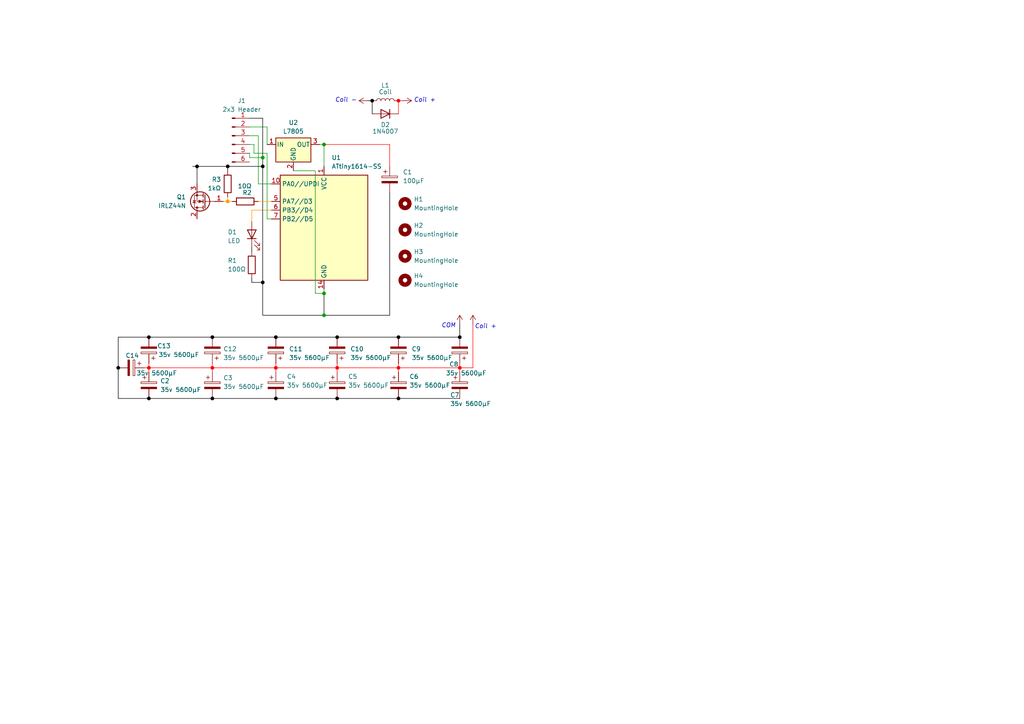
<source format=kicad_sch>
(kicad_sch (version 20231120) (generator "eeschema") (generator_version "8.0")
  (paper "A4")
  (lib_symbols
    (symbol "Connector:Conn_01x06_Pin" (pin_names (offset 1.016) hide)
      (property "Reference" "J" (at 0 7.62 0))
      (property "Value" "Conn_01x06_Pin" (at 0 -10.16 0))
      (symbol "Conn_01x06_Pin_1_1"
        (polyline (pts (xy 1.27 -7.62) (xy 0.8636 -7.62)) (stroke (width 0.1524)))
        (polyline (pts (xy 1.27 -5.08) (xy 0.8636 -5.08)) (stroke (width 0.1524)))
        (polyline (pts (xy 1.27 -2.54) (xy 0.8636 -2.54)) (stroke (width 0.1524)))
        (polyline (pts (xy 1.27 0) (xy 0.8636 0)) (stroke (width 0.1524)))
        (polyline (pts (xy 1.27 2.54) (xy 0.8636 2.54)) (stroke (width 0.1524)))
        (polyline (pts (xy 1.27 5.08) (xy 0.8636 5.08)) (stroke (width 0.1524)))
        (rectangle (start 0.8636 -7.493) (end 0 -7.747) (stroke (width 0.1524)) (fill (type outline)))
        (rectangle (start 0.8636 -4.953) (end 0 -5.207) (stroke (width 0.1524)) (fill (type outline)))
        (rectangle (start 0.8636 -2.413) (end 0 -2.667) (stroke (width 0.1524)) (fill (type outline)))
        (rectangle (start 0.8636 0.127) (end 0 -0.127) (stroke (width 0.1524)) (fill (type outline)))
        (rectangle (start 0.8636 2.667) (end 0 2.413) (stroke (width 0.1524)) (fill (type outline)))
        (rectangle (start 0.8636 5.207) (end 0 4.953) (stroke (width 0.1524)) (fill (type outline)))
        (pin passive line (at 5.08 5.08 180) (length 3.81) (name "Pin_1") (number "1"))
        (pin passive line (at 5.08 2.54 180) (length 3.81) (name "Pin_2") (number "2"))
        (pin passive line (at 5.08 0 180) (length 3.81) (name "Pin_3") (number "3"))
        (pin passive line (at 5.08 -2.54 180) (length 3.81) (name "Pin_4") (number "4"))
        (pin passive line (at 5.08 -5.08 180) (length 3.81) (name "Pin_5") (number "5"))
        (pin passive line (at 5.08 -7.62 180) (length 3.81) (name "Pin_6") (number "6"))
      )
    )
    (symbol "Device:C_Polarized" (pin_numbers hide) (pin_names (offset 0.254))
      (property "Reference" "C" (at 0.635 2.54 0))
      (property "Value" "C_Polarized" (at 0.635 -2.54 0))
      (symbol "C_Polarized_0_1"
        (rectangle (start -2.286 0.508) (end 2.286 1.016))
        (polyline (pts (xy -1.778 2.286) (xy -0.762 2.286)))
        (polyline (pts (xy -1.27 2.794) (xy -1.27 1.778)))
        (rectangle (start 2.286 -0.508) (end -2.286 -1.016) (fill (type outline)))
      )
      (symbol "C_Polarized_1_1"
        (pin passive line (at 0 3.81 270) (length 2.794) (name "~") (number "1"))
        (pin passive line (at 0 -3.81 90) (length 2.794) (name "~") (number "2"))
      )
    )
    (symbol "Device:D" (pin_numbers hide) (pin_names (offset 1.016) hide)
      (property "Reference" "D" (at 0 2.54 0))
      (property "Value" "D" (at 0 -2.54 0))
      (symbol "D_0_1"
        (polyline (pts (xy -1.27 1.27) (xy -1.27 -1.27)) (stroke (width 0.254)))
        (polyline (pts (xy 1.27 0) (xy -1.27 0)))
        (polyline (pts (xy 1.27 1.27) (xy 1.27 -1.27) (xy -1.27 0) (xy 1.27 1.27)) (stroke (width 0.254)))
      )
      (symbol "D_1_1"
        (pin passive line (at -3.81 0 0) (length 2.54) (name "K") (number "1"))
        (pin passive line (at 3.81 0 180) (length 2.54) (name "A") (number "2"))
      )
    )
    (symbol "Device:L" (pin_numbers hide) (pin_names (offset 1.016) hide)
      (property "Reference" "L" (at -1.27 0 90))
      (property "Value" "L" (at 1.905 0 90))
      (symbol "L_0_1"
        (arc (start 0 -2.54) (mid 0.6323 -1.905) (end 0 -1.27))
        (arc (start 0 -1.27) (mid 0.6323 -0.635) (end 0 0))
        (arc (start 0 0) (mid 0.6323 0.635) (end 0 1.27))
        (arc (start 0 1.27) (mid 0.6323 1.905) (end 0 2.54))
      )
      (symbol "L_1_1"
        (pin passive line (at 0 3.81 270) (length 1.27) (name "1") (number "1"))
        (pin passive line (at 0 -3.81 90) (length 1.27) (name "2") (number "2"))
      )
    )
    (symbol "Device:LED" (pin_numbers hide) (pin_names (offset 1.016) hide)
      (property "Reference" "D" (at 0 2.54 0))
      (property "Value" "LED" (at 0 -2.54 0))
      (symbol "LED_0_1"
        (polyline (pts (xy -1.27 -1.27) (xy -1.27 1.27)) (stroke (width 0.254)))
        (polyline (pts (xy -1.27 0) (xy 1.27 0)))
        (polyline (pts (xy 1.27 -1.27) (xy 1.27 1.27) (xy -1.27 0) (xy 1.27 -1.27)) (stroke (width 0.254)))
        (polyline (pts (xy -3.048 -0.762) (xy -4.572 -2.286) (xy -3.81 -2.286) (xy -4.572 -2.286) (xy -4.572 -1.524)))
        (polyline (pts (xy -1.778 -0.762) (xy -3.302 -2.286) (xy -2.54 -2.286) (xy -3.302 -2.286) (xy -3.302 -1.524)))
      )
      (symbol "LED_1_1"
        (pin passive line (at -3.81 0 0) (length 2.54) (name "K") (number "1"))
        (pin passive line (at 3.81 0 180) (length 2.54) (name "A") (number "2"))
      )
    )
    (symbol "Device:R" (pin_numbers hide) (pin_names (offset 0))
      (property "Reference" "R" (at 2.032 0 90))
      (property "Value" "R" (at 0 0 90))
      (symbol "R_0_1"
        (rectangle (start -1.016 -2.54) (end 1.016 2.54) (stroke (width 0.254)))
      )
      (symbol "R_1_1"
        (pin passive line (at 0 3.81 270) (length 1.27) (name "~") (number "1"))
        (pin passive line (at 0 -3.81 90) (length 1.27) (name "~") (number "2"))
      )
    )
    (symbol "MCU_Microchip_ATtiny:ATtiny1614-SS"
      (property "Reference" "U1" (at 2.1941 20.32 0))
      (property "Value" "ATtiny1614-SS" (at 2.1941 17.78 0))
      (symbol "ATtiny1614-SS_0_1"
        (rectangle (start -12.7 15.24) (end 12.7 -15.24) (stroke (width 0.254)) (fill (type background)))
      )
      (symbol "ATtiny1614-SS_1_1"
        (pin power_in line (at 0 17.78 270) (length 2.54) (name "VCC") (number "1"))
        (pin bidirectional line (at -15.24 12.7 0) (length 2.54) (name "PA0//UPDI") (number "10"))
        (pin bidirectional line (at 15.24 7.62 180) (length 2.54) hide (name "PA1") (number "11"))
        (pin bidirectional line (at 15.24 5.08 180) (length 2.54) hide (name "PA2") (number "12"))
        (pin bidirectional line (at 15.24 2.54 180) (length 2.54) hide (name "PA3") (number "13"))
        (pin power_in line (at 0 -17.78 90) (length 2.54) (name "GND") (number "14"))
        (pin bidirectional line (at 15.24 0 180) (length 2.54) hide (name "PA4") (number "2"))
        (pin bidirectional line (at 15.24 -2.54 180) (length 2.54) hide (name "PA5") (number "3"))
        (pin bidirectional line (at 15.24 -5.08 180) (length 2.54) hide (name "PA6") (number "4"))
        (pin bidirectional line (at -15.24 7.62 0) (length 2.54) (name "PA7//D3") (number "5"))
        (pin bidirectional line (at -15.24 5.08 0) (length 2.54) (name "PB3//D4") (number "6"))
        (pin bidirectional line (at -15.24 2.54 0) (length 2.54) (name "PB2//D5") (number "7"))
        (pin bidirectional line (at 25.4 10.16 0) (length 2.54) hide (name "PB1") (number "8"))
        (pin bidirectional line (at 25.4 12.7 0) (length 2.54) hide (name "PB0") (number "9"))
      )
    )
    (symbol "Mechanical:MountingHole" (pin_names (offset 1.016))
      (property "Reference" "H" (at 0 5.08 0))
      (property "Value" "MountingHole" (at 0 3.175 0))
      (symbol "MountingHole_0_1"
        (circle (center 0 0) (radius 1.27) (stroke (width 1.27)))
      )
    )
    (symbol "Regulator_Linear:L7805" (pin_names (offset 0.254))
      (property "Reference" "U" (at -3.81 3.175 0))
      (property "Value" "L7805" (at 0 3.175 0))
      (symbol "L7805_0_1"
        (rectangle (start -5.08 1.905) (end 5.08 -5.08) (stroke (width 0.254)) (fill (type background)))
      )
      (symbol "L7805_1_1"
        (pin power_in line (at -7.62 0 0) (length 2.54) (name "IN") (number "1"))
        (pin power_in line (at 0 -7.62 90) (length 2.54) (name "GND") (number "2"))
        (pin power_out line (at 7.62 0 180) (length 2.54) (name "OUT") (number "3"))
      )
    )
    (symbol "Transistor_FET:IRLZ44N" (pin_names hide)
      (property "Reference" "Q" (at 6.35 1.905 0))
      (property "Value" "IRLZ44N" (at 6.35 0 0))
      (symbol "IRLZ44N_0_1"
        (polyline (pts (xy 0.254 0) (xy -2.54 0)))
        (polyline (pts (xy 0.254 1.905) (xy 0.254 -1.905)) (stroke (width 0.254)))
        (polyline (pts (xy 0.762 -1.27) (xy 0.762 -2.286)) (stroke (width 0.254)))
        (polyline (pts (xy 0.762 0.508) (xy 0.762 -0.508)) (stroke (width 0.254)))
        (polyline (pts (xy 0.762 2.286) (xy 0.762 1.27)) (stroke (width 0.254)))
        (polyline (pts (xy 2.54 2.54) (xy 2.54 1.778)))
        (polyline (pts (xy 2.54 -2.54) (xy 2.54 0) (xy 0.762 0)))
        (polyline (pts (xy 0.762 -1.778) (xy 3.302 -1.778) (xy 3.302 1.778) (xy 0.762 1.778)))
        (polyline (pts (xy 1.016 0) (xy 2.032 0.381) (xy 2.032 -0.381) (xy 1.016 0)) (fill (type outline)))
        (polyline (pts (xy 2.794 0.508) (xy 2.921 0.381) (xy 3.683 0.381) (xy 3.81 0.254)))
        (polyline (pts (xy 3.302 0.381) (xy 2.921 -0.254) (xy 3.683 -0.254) (xy 3.302 0.381)))
        (circle (center 1.651 0) (radius 2.794) (stroke (width 0.254)))
        (circle (center 2.54 -1.778) (radius 0.254) (fill (type outline)))
        (circle (center 2.54 1.778) (radius 0.254) (fill (type outline)))
      )
      (symbol "IRLZ44N_1_1"
        (pin input line (at -5.08 0 0) (length 2.54) (name "G") (number "1"))
        (pin passive line (at 2.54 5.08 270) (length 2.54) (name "D") (number "2"))
        (pin passive line (at 2.54 -5.08 90) (length 2.54) (name "S") (number "3"))
      )
    )
    (symbol "power:+28V" (power) (pin_names (offset 0))
      (property "Value" "+28V" (at 0 3.81 0))
      (symbol "+28V_0_1"
        (polyline (pts (xy -0.762 1.27) (xy 0 2.54)))
        (polyline (pts (xy 0 0) (xy 0 2.54)))
        (polyline (pts (xy 0 2.54) (xy 0.762 1.27)))
      )
      (symbol "+28V_1_1"
        (pin power_in line (at 0 0 90) (length 0) hide (name "+28V") (number "1"))
      )
    )
  )
  (junction (at 97.79 115.57) (color 0 0 0 1))
  (junction (at 43.18 106.68) (color 255 0 0 1))
  (junction (at 80.01 115.57) (color 0 0 0 1))
  (junction (at 93.98 85.09))
  (junction (at 93.98 41.91))
  (junction (at 76.2 45.72))
  (junction (at 76.2 48.26) (color 0 0 0 1))
  (junction (at 115.57 115.57) (color 0 0 0 1))
  (junction (at 61.595 97.79) (color 0 0 0 1))
  (junction (at 115.57 29.21) (color 255 0 0 1))
  (junction (at 66.04 48.26) (color 0 0 0 1))
  (junction (at 97.79 106.68) (color 255 0 0 1))
  (junction (at 115.57 97.79) (color 0 0 0 1))
  (junction (at 34.29 106.68) (color 0 0 0 1))
  (junction (at 93.98 91.44))
  (junction (at 80.01 97.79) (color 0 0 0 1))
  (junction (at 97.79 97.79) (color 0 0 0 1))
  (junction (at 66.04 58.42) (color 255 150 0 1))
  (junction (at 43.18 97.79) (color 0 0 0 1))
  (junction (at 80.01 106.68) (color 255 0 0 1))
  (junction (at 61.595 106.68) (color 255 0 0 1))
  (junction (at 43.18 115.57) (color 0 0 0 1))
  (junction (at 61.595 115.57) (color 0 0 0 1))
  (junction (at 115.57 106.68) (color 255 0 0 1))
  (junction (at 76.2 81.915) (color 0 0 0 1))
  (junction (at 107.95 29.21) (color 0 0 0 1))
  (junction (at 57.15 48.26) (color 0 0 0 1))
  (junction (at 133.35 106.68) (color 255 0 0 1))
  (junction (at 133.35 97.79) (color 0 0 0 1))
  (wire (pts (xy 66.04 57.15) (xy 66.04 58.42)) (stroke (width 0) (color 255 150 0 1)))
  (wire (pts (xy 115.57 29.21) (xy 116.84 29.21)) (stroke (width 0) (color 255 0 0 1)))
  (wire (pts (xy 91.44 85.09) (xy 93.98 85.09)))
  (wire (pts (xy 61.595 106.68) (xy 61.595 107.95)) (stroke (width 0) (color 255 0 0 1)))
  (wire (pts (xy 73.025 71.755) (xy 73.025 73.025)) (stroke (width 0) (color 0 0 0 1)))
  (wire (pts (xy 77.47 63.5) (xy 77.47 44.45)))
  (wire (pts (xy 80.01 106.68) (xy 80.01 107.95)) (stroke (width 0) (color 255 0 0 1)))
  (wire (pts (xy 76.2 34.29) (xy 72.39 34.29)) (stroke (width 0) (color 0 0 0 1)))
  (wire (pts (xy 80.01 105.41) (xy 80.01 106.68)) (stroke (width 0) (color 255 0 0 1)))
  (wire (pts (xy 115.57 97.79) (xy 97.79 97.79)) (stroke (width 0) (color 0 0 0 1)))
  (wire (pts (xy 91.44 49.53) (xy 91.44 85.09)))
  (wire (pts (xy 93.98 91.44) (xy 113.03 91.44)) (stroke (width 0) (color 0 0 0 1)))
  (wire (pts (xy 61.595 115.57) (xy 43.18 115.57)) (stroke (width 0) (color 0 0 0 1)))
  (wire (pts (xy 115.57 106.68) (xy 133.35 106.68)) (stroke (width 0) (color 255 0 0 1)))
  (wire (pts (xy 66.04 48.26) (xy 76.2 48.26)) (stroke (width 0) (color 0 0 0 1)))
  (wire (pts (xy 77.47 36.83) (xy 77.47 41.91)))
  (wire (pts (xy 80.01 115.57) (xy 61.595 115.57)) (stroke (width 0) (color 0 0 0 1)))
  (wire (pts (xy 133.35 106.68) (xy 137.16 106.68)) (stroke (width 0) (color 255 0 0 1)))
  (wire (pts (xy 57.15 48.26) (xy 66.04 48.26)) (stroke (width 0) (color 0 0 0 1)))
  (wire (pts (xy 97.79 105.41) (xy 97.79 106.68)) (stroke (width 0) (color 255 0 0 1)))
  (wire (pts (xy 76.2 48.26) (xy 76.2 81.915)) (stroke (width 0) (color 0 0 0 1)))
  (wire (pts (xy 85.09 49.53) (xy 91.44 49.53)))
  (wire (pts (xy 55.88 48.26) (xy 57.15 48.26)) (stroke (width 0) (color 0 0 0 1)))
  (wire (pts (xy 76.2 81.915) (xy 76.2 91.44)) (stroke (width 0) (color 0 0 0 1)))
  (wire (pts (xy 43.18 106.68) (xy 43.18 107.95)) (stroke (width 0) (color 255 0 0 1)))
  (wire (pts (xy 113.03 91.44) (xy 113.03 55.88)) (stroke (width 0) (color 0 0 0 1)))
  (wire (pts (xy 80.01 97.79) (xy 61.595 97.79)) (stroke (width 0) (color 0 0 0 1)))
  (wire (pts (xy 77.47 44.45) (xy 73.66 44.45)))
  (wire (pts (xy 115.57 106.68) (xy 115.57 107.95)) (stroke (width 0) (color 255 0 0 1)))
  (wire (pts (xy 43.18 106.68) (xy 61.595 106.68)) (stroke (width 0) (color 255 0 0 1)))
  (wire (pts (xy 93.98 41.91) (xy 113.03 41.91)) (stroke (width 0) (color 255 0 0 1)))
  (wire (pts (xy 133.35 93.98) (xy 133.35 97.79)) (stroke (width 0) (color 0 0 0 1)))
  (wire (pts (xy 92.71 41.91) (xy 93.98 41.91)))
  (wire (pts (xy 72.39 44.45) (xy 72.39 45.72)))
  (wire (pts (xy 73.025 80.645) (xy 73.025 81.915)) (stroke (width 0) (color 0 0 0 1)))
  (wire (pts (xy 72.39 45.72) (xy 76.2 45.72)))
  (wire (pts (xy 74.93 39.37) (xy 74.93 53.34)))
  (wire (pts (xy 73.025 60.96) (xy 73.025 64.135)) (stroke (width 0) (color 255 150 0 1)))
  (wire (pts (xy 34.29 115.57) (xy 34.29 106.68)) (stroke (width 0) (color 0 0 0 1)))
  (wire (pts (xy 74.93 58.42) (xy 78.74 58.42)) (stroke (width 0) (color 255 150 0 1)))
  (wire (pts (xy 115.57 115.57) (xy 97.79 115.57)) (stroke (width 0) (color 0 0 0 1)))
  (wire (pts (xy 97.79 115.57) (xy 80.01 115.57)) (stroke (width 0) (color 0 0 0 1)))
  (wire (pts (xy 74.93 53.34) (xy 78.74 53.34)))
  (wire (pts (xy 97.79 106.68) (xy 115.57 106.68)) (stroke (width 0) (color 255 0 0 1)))
  (wire (pts (xy 133.35 115.57) (xy 115.57 115.57)) (stroke (width 0) (color 0 0 0 1)))
  (wire (pts (xy 113.03 41.91) (xy 113.03 48.26)) (stroke (width 0) (color 255 0 0 1)))
  (wire (pts (xy 72.39 36.83) (xy 77.47 36.83)))
  (wire (pts (xy 133.35 97.79) (xy 115.57 97.79)) (stroke (width 0) (color 0 0 0 1)))
  (wire (pts (xy 80.01 106.68) (xy 97.79 106.68)) (stroke (width 0) (color 255 0 0 1)))
  (wire (pts (xy 76.2 91.44) (xy 93.98 91.44)) (stroke (width 0) (color 0 0 0 1)))
  (wire (pts (xy 76.2 34.29) (xy 76.2 45.72)) (stroke (width 0) (color 0 0 0 1)))
  (wire (pts (xy 61.595 97.79) (xy 43.18 97.79)) (stroke (width 0) (color 0 0 0 1)))
  (wire (pts (xy 93.98 91.44) (xy 93.98 85.09)) (stroke (width 0) (color 0 0 0 1)))
  (wire (pts (xy 43.18 105.41) (xy 43.18 106.68)) (stroke (width 0) (color 255 0 0 1)))
  (wire (pts (xy 133.35 106.68) (xy 133.35 105.41)) (stroke (width 0) (color 255 0 0 1)))
  (wire (pts (xy 115.57 105.41) (xy 115.57 106.68)) (stroke (width 0) (color 255 0 0 1)))
  (wire (pts (xy 97.79 97.79) (xy 80.01 97.79)) (stroke (width 0) (color 0 0 0 1)))
  (wire (pts (xy 107.95 29.21) (xy 107.95 33.02)) (stroke (width 0) (color 0 0 0 1)))
  (wire (pts (xy 73.66 44.45) (xy 73.66 41.91)))
  (wire (pts (xy 57.15 53.34) (xy 57.15 48.26)) (stroke (width 0) (color 0 0 0 1)))
  (wire (pts (xy 115.57 29.21) (xy 115.57 33.02)) (stroke (width 0) (color 255 0 0 1)))
  (wire (pts (xy 34.29 97.79) (xy 34.29 106.68)) (stroke (width 0) (color 0 0 0 1)))
  (wire (pts (xy 76.2 45.72) (xy 76.2 48.26)) (stroke (width 0) (color 0 0 0 1)))
  (wire (pts (xy 133.35 106.68) (xy 133.35 107.95)) (stroke (width 0) (color 255 0 0 1)))
  (wire (pts (xy 106.68 29.21) (xy 107.95 29.21)) (stroke (width 0) (color 0 0 0 1)))
  (wire (pts (xy 72.39 39.37) (xy 74.93 39.37)))
  (wire (pts (xy 43.18 115.57) (xy 34.29 115.57)) (stroke (width 0) (color 0 0 0 1)))
  (wire (pts (xy 64.77 58.42) (xy 66.04 58.42)) (stroke (width 0) (color 255 150 0 1)))
  (wire (pts (xy 61.595 105.41) (xy 61.595 106.68)) (stroke (width 0) (color 255 0 0 1)))
  (wire (pts (xy 93.98 41.91) (xy 93.98 48.26)))
  (wire (pts (xy 73.025 81.915) (xy 76.2 81.915)) (stroke (width 0) (color 0 0 0 1)))
  (wire (pts (xy 73.66 41.91) (xy 72.39 41.91)))
  (wire (pts (xy 66.04 58.42) (xy 67.31 58.42)) (stroke (width 0) (color 255 150 0 1)))
  (wire (pts (xy 97.79 106.68) (xy 97.79 107.95)) (stroke (width 0) (color 255 0 0 1)))
  (wire (pts (xy 43.18 97.79) (xy 34.29 97.79)) (stroke (width 0) (color 0 0 0 1)))
  (wire (pts (xy 66.04 48.26) (xy 66.04 49.53)) (stroke (width 0) (color 0 0 0 1)))
  (wire (pts (xy 93.98 85.09) (xy 93.98 83.82)))
  (wire (pts (xy 61.595 106.68) (xy 80.01 106.68)) (stroke (width 0) (color 255 0 0 1)))
  (wire (pts (xy 137.16 106.68) (xy 137.16 93.98)) (stroke (width 0) (color 255 0 0 1)))
  (wire (pts (xy 41.91 106.68) (xy 43.18 106.68)) (stroke (width 0) (color 255 0 0 1)))
  (wire (pts (xy 78.74 63.5) (xy 77.47 63.5)))
  (wire (pts (xy 73.025 60.96) (xy 78.74 60.96)) (stroke (width 0) (color 255 150 0 1)))
  (text "Coil +" (at 137.668 95.504 0) (effects (font (size 1.25 1.25) (italic yes)) (justify left bottom)))
  (text "Coil -" (at 97.155 29.845 0) (effects (font (size 1.25 1.25) (italic yes)) (justify left bottom)))
  (text "Coil +" (at 120.015 29.845 0) (effects (font (size 1.25 1.25) (italic yes)) (justify left bottom)))
  (text "COM" (at 128.016 95.25 0) (effects (font (size 1.25 1.25) (italic yes)) (justify left bottom)))
  (symbol (lib_id "Device:L") (at 111.76 29.21 90) (unit 1)
    (property "Reference" "L1" (at 111.76 24.765 90))
    (property "Value" "Coil" (at 111.76 26.67 90))
  )
  (symbol (lib_id "Device:C_Polarized") (at 38.1 106.68 270) (unit 1)
    (property "Reference" "C14" (at 38.354 103.124 90))
    (property "Value" "35v 5600µF" (at 45.466 108.204 90))
  )
  (symbol (lib_id "Mechanical:MountingHole") (at 117.475 66.675 0) (unit 1)
    (property "Reference" "H2" (at 120.015 65.4049 0) (effects (justify left)))
    (property "Value" "MountingHole" (at 120.015 67.9449 0) (effects (justify left)))
    (property "Footprint" "MountingHole:MountingHole_3.2mm_M3" (effects (hide yes)))
  )
  (symbol (lib_id "Device:LED") (at 73.025 67.945 90) (unit 1)
    (property "Reference" "D1" (at 66.04 67.31 90) (effects (justify right)))
    (property "Value" "LED" (at 66.04 69.85 90) (effects (justify right)))
    (property "Footprint" "LED_SMD:LED_1206_3216Metric" (effects (hide yes)))
  )
  (symbol (lib_id "Mechanical:MountingHole") (at 117.475 81.28 0) (unit 1)
    (property "Reference" "H4" (at 120.015 80.0099 0) (effects (justify left)))
    (property "Value" "MountingHole" (at 120.015 82.5499 0) (effects (justify left)))
    (property "Footprint" "MountingHole:MountingHole_3.2mm_M3" (effects (hide yes)))
  )
  (symbol (lib_id "Device:R") (at 73.025 76.835 0) (unit 1)
    (property "Reference" "R1" (at 66.04 75.565 0) (effects (justify left)))
    (property "Value" "100Ω" (at 66.04 78.105 0) (effects (justify left)))
    (property "Footprint" "Resistor_SMD:R_1206_3216Metric" (effects (hide yes)))
  )
  (symbol (lib_id "Transistor_FET:IRLZ44N") (at 59.69 58.42 180) (unit 1)
    (property "Reference" "Q1" (at 53.975 57.1499 0) (effects (justify left)))
    (property "Value" "IRLZ44N" (at 53.975 59.6899 0) (effects (justify left)))
    (property "Footprint" "Package_TO_SOT_THT:TO-220-3_Vertical" (effects (hide yes)))
    (property "Datasheet" "http://www.irf.com/product-info/datasheets/data/irlz44n.pdf" (effects (hide yes)))
  )
  (symbol (lib_id "Device:C_Polarized") (at 113.03 52.07 0) (unit 1)
    (property "Reference" "C1" (at 116.84 49.9109 0) (effects (justify left)))
    (property "Value" "100µF" (at 116.84 52.4509 0) (effects (justify left)))
    (property "Footprint" "Capacitor_SMD:C_1206_3216Metric" (effects (hide yes)))
  )
  (symbol (lib_id "Device:C_Polarized") (at 133.35 101.6 180) (unit 1)
    (property "Reference" "C8" (at 130.302 105.664 0) (effects (justify right)))
    (property "Value" "35v 5600µF" (at 129.286 108.204 0) (effects (justify right)))
  )
  (symbol (lib_id "Mechanical:MountingHole") (at 117.475 59.055 0) (unit 1)
    (property "Reference" "H1" (at 120.015 57.7849 0) (effects (justify left)))
    (property "Value" "MountingHole" (at 120.015 60.3249 0) (effects (justify left)))
    (property "Footprint" "MountingHole:MountingHole_3.2mm_M3" (effects (hide yes)))
  )
  (symbol (lib_id "Device:C_Polarized") (at 115.57 101.6 180) (unit 1)
    (property "Reference" "C9" (at 119.38 101.2189 0) (effects (justify right)))
    (property "Value" "35v 5600µF" (at 119.38 103.7589 0) (effects (justify right)))
  )
  (symbol (lib_id "power:+28V") (at 137.16 93.98 0) (unit 1)
    (property "Reference" "#PWR0103" (effects (hide yes)))
    (property "Value" "+28V" (effects (hide yes)))
  )
  (symbol (lib_id "Device:C_Polarized") (at 80.01 111.76 0) (unit 1)
    (property "Reference" "C4" (at 83.185 109.22 0) (effects (justify left)))
    (property "Value" "35v 5600µF" (at 83.185 111.76 0) (effects (justify left)))
  )
  (symbol (lib_id "Mechanical:MountingHole") (at 117.475 74.295 0) (unit 1)
    (property "Reference" "H3" (at 120.015 73.0249 0) (effects (justify left)))
    (property "Value" "MountingHole" (at 120.015 75.5649 0) (effects (justify left)))
    (property "Footprint" "MountingHole:MountingHole_3.2mm_M3" (effects (hide yes)))
  )
  (symbol (lib_id "Device:R") (at 71.12 58.42 90) (unit 1)
    (property "Reference" "R2" (at 73.025 55.88 90) (effects (justify left)))
    (property "Value" "10Ω" (at 73.025 53.975 90) (effects (justify left)))
    (property "Footprint" "Resistor_SMD:R_1206_3216Metric" (effects (hide yes)))
  )
  (symbol (lib_id "Device:C_Polarized") (at 115.57 111.76 0) (unit 1)
    (property "Reference" "C6" (at 118.745 109.22 0) (effects (justify left)))
    (property "Value" "35v 5600µF" (at 118.745 111.76 0) (effects (justify left)))
  )
  (symbol (lib_id "Device:C_Polarized") (at 61.595 111.76 0) (unit 1)
    (property "Reference" "C3" (at 64.77 109.6009 0) (effects (justify left)))
    (property "Value" "35v 5600µF" (at 64.77 112.1409 0) (effects (justify left)))
  )
  (symbol (lib_id "power:+28V") (at 116.84 29.21 270) (unit 1)
    (property "Reference" "#PWR0106" (effects (hide yes)))
    (property "Value" "+28V" (effects (hide yes)))
  )
  (symbol (lib_id "Device:C_Polarized") (at 97.79 111.76 0) (unit 1)
    (property "Reference" "C5" (at 100.965 109.22 0) (effects (justify left)))
    (property "Value" "35v 5600µF" (at 100.965 111.76 0) (effects (justify left)))
  )
  (symbol (lib_id "Device:C_Polarized") (at 97.79 101.6 180) (unit 1)
    (property "Reference" "C10" (at 101.6 101.2189 0) (effects (justify right)))
    (property "Value" "35v 5600µF" (at 101.6 103.7589 0) (effects (justify right)))
  )
  (symbol (lib_id "Device:C_Polarized") (at 43.18 111.76 0) (unit 1)
    (property "Reference" "C2" (at 46.482 110.49 0) (effects (justify left)))
    (property "Value" "35v 5600µF" (at 46.482 113.03 0) (effects (justify left)))
  )
  (symbol (lib_id "power:+28V") (at 106.68 29.21 90) (unit 1)
    (property "Reference" "#PWR0105" (effects (hide yes)))
    (property "Value" "+28V" (effects (hide yes)))
  )
  (symbol (lib_id "power:+28V") (at 133.35 93.98 0) (unit 1)
    (property "Reference" "#PWR0104" (effects (hide yes)))
    (property "Value" "+28V" (effects (hide yes)))
  )
  (symbol (lib_id "Device:R") (at 66.04 53.34 180) (unit 1)
    (property "Reference" "R3" (at 64.135 52.07 0) (effects (justify left)))
    (property "Value" "1kΩ" (at 64.135 54.61 0) (effects (justify left)))
    (property "Footprint" "Resistor_SMD:R_1206_3216Metric" (effects (hide yes)))
  )
  (symbol (lib_id "Device:D") (at 111.76 33.02 180) (unit 1)
    (property "Reference" "D2" (at 111.76 36.195 0))
    (property "Value" "1N4007" (at 111.76 38.1 0))
  )
  (symbol (lib_id "Device:C_Polarized") (at 133.35 111.76 0) (unit 1)
    (property "Reference" "C7" (at 130.556 114.554 0) (effects (justify left)))
    (property "Value" "35v 5600µF" (at 130.556 117.094 0) (effects (justify left)))
  )
  (symbol (lib_id "Device:C_Polarized") (at 43.18 101.6 180) (unit 1)
    (property "Reference" "C13" (at 49.53 100.33 0) (effects (justify left)))
    (property "Value" "35v 5600µF" (at 57.785 102.87 0) (effects (justify left)))
  )
  (symbol (lib_id "Device:C_Polarized") (at 80.01 101.6 180) (unit 1)
    (property "Reference" "C11" (at 83.82 101.2189 0) (effects (justify right)))
    (property "Value" "35v 5600µF" (at 83.82 103.7589 0) (effects (justify right)))
  )
  (symbol (lib_id "MCU_Microchip_ATtiny:ATtiny1614-SS") (at 93.98 66.04 0) (unit 1)
    (property "Reference" "U1" (at 96.1741 45.72 0) (effects (justify left)))
    (property "Value" "ATtiny1614-SS" (at 96.1741 48.26 0) (effects (justify left)))
    (property "Footprint" "Package_SO:SOIC-14_3.9x8.7mm_P1.27mm" (effects (hide yes)))
    (property "Datasheet" "http://ww1.microchip.com/downloads/en/DeviceDoc/ATtiny1614-data-sheet-40001995A.pdf" (effects (hide yes)))
    (property "Description" "20MHz, 16kB Flash, 2kB SRAM, 256B EEPROM, SOIC-14" (effects (hide yes)))
  )
  (symbol (lib_id "Regulator_Linear:L7805") (at 85.09 41.91 0) (unit 1)
    (property "Reference" "U2" (at 85.09 35.56 0))
    (property "Value" "L7805" (at 85.09 38.1 0))
    (property "Footprint" "Package_TO_SOT_THT:TO-220-3_Vertical" (effects (hide yes)))
    (property "Datasheet" "http://www.st.com/content/ccc/resource/technical/document/datasheet/41/4f/b3/b0/12/d4/47/88/CD00000444.pdf/files/CD00000444.pdf/jcr:content/translations/en.CD00000444.pdf" (effects (hide yes)))
    (property "Description" "Positive 1.5A 35V Linear Regulator, Fixed Output 5V, TO-220/TO-263/TO-252" (effects (hide yes)))
  )
  (symbol (lib_id "Device:C_Polarized") (at 61.595 101.6 180) (unit 1)
    (property "Reference" "C12" (at 64.77 101.2189 0) (effects (justify right)))
    (property "Value" "35v 5600µF" (at 64.77 103.7589 0) (effects (justify right)))
  )
  (symbol (lib_id "Connector:Conn_01x06_Pin") (at 67.31 39.37 0) (unit 1)
    (property "Reference" "J1" (at 70.104 29.21 0))
    (property "Value" "2x3 Header" (at 70.104 31.75 0))
    (property "Footprint" "Connector_PinHeader_2.54mm:PinHeader_1x06_P2.54mm_Vertical_SMD_Pin1Right" (effects (hide yes)))
    (property "Description" "Generic connector, single row, 01x06, script generated" (effects (hide yes)))
  )
)
</source>
